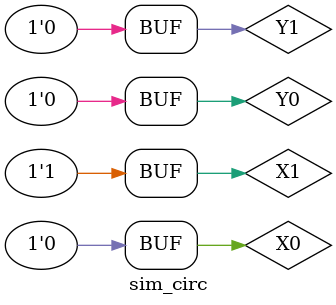
<source format=v>
`timescale 1ns / 1ps


module sim_circ(

    );
    reg X1;
    reg X0;
    reg Y1;
    reg Y0;
    
    wire LT;
    wire EQ;
    wire GT;
    
    greater_lower_equal UUT(
    .X1(X1),
    .X0(X0),
    .Y1(Y1),
    .Y0(Y0),
    .LT(LT),
    .EQ(EQ),
    .GT(GT)
    );
    initial begin
        X1 = 0;
        X0 = 0;
        Y1 = 0;
        Y0 = 0;
        #10;
        Y0 = 1;
        #10;
        Y1 = 1;
        #10;
        Y0 = 0;
        #10;
        X0 = 1;
        #10;
        Y0 = 1;
        #10;
        Y1 = 0;
        #10;
        Y0 = 0;
        #10;
        X1 = 1;
        #10;
        Y0 = 1;
        #10;
        Y1 = 1;
        #10;
        Y0 = 0;
        #10;
        X0 = 0;
        #10;
        Y0 = 1;
        #10;
        Y1 = 0;
        #10;
        Y0 = 0;
        #10;
    end
endmodule

</source>
